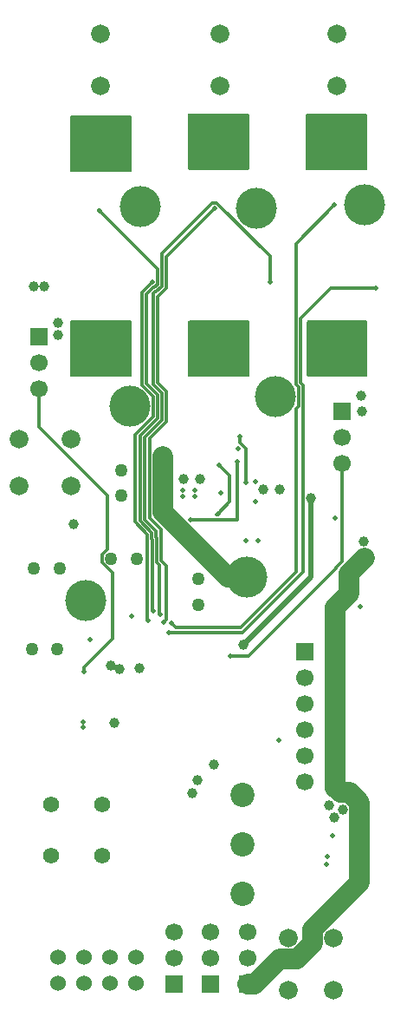
<source format=gbr>
%TF.GenerationSoftware,KiCad,Pcbnew,9.0.2*%
%TF.CreationDate,2025-08-16T18:35:03-07:00*%
%TF.ProjectId,Transmitter,5472616e-736d-4697-9474-65722e6b6963,rev?*%
%TF.SameCoordinates,Original*%
%TF.FileFunction,Copper,L4,Bot*%
%TF.FilePolarity,Positive*%
%FSLAX46Y46*%
G04 Gerber Fmt 4.6, Leading zero omitted, Abs format (unit mm)*
G04 Created by KiCad (PCBNEW 9.0.2) date 2025-08-16 18:35:03*
%MOMM*%
%LPD*%
G01*
G04 APERTURE LIST*
%TA.AperFunction,ComponentPad*%
%ADD10C,1.828800*%
%TD*%
%TA.AperFunction,ComponentPad*%
%ADD11C,2.362200*%
%TD*%
%TA.AperFunction,ComponentPad*%
%ADD12C,1.524000*%
%TD*%
%TA.AperFunction,ComponentPad*%
%ADD13R,1.700000X1.700000*%
%TD*%
%TA.AperFunction,ComponentPad*%
%ADD14C,1.700000*%
%TD*%
%TA.AperFunction,ComponentPad*%
%ADD15C,1.270000*%
%TD*%
%TA.AperFunction,ComponentPad*%
%ADD16C,1.574800*%
%TD*%
%TA.AperFunction,ViaPad*%
%ADD17C,0.500000*%
%TD*%
%TA.AperFunction,ViaPad*%
%ADD18C,1.000000*%
%TD*%
%TA.AperFunction,ViaPad*%
%ADD19C,4.000000*%
%TD*%
%TA.AperFunction,Conductor*%
%ADD20C,0.500000*%
%TD*%
%TA.AperFunction,Conductor*%
%ADD21C,0.300000*%
%TD*%
%TA.AperFunction,Conductor*%
%ADD22C,2.000000*%
%TD*%
G04 APERTURE END LIST*
D10*
%TO.P,J6,1,1*%
%TO.N,Vbatt*%
X117800000Y-119556100D03*
%TO.P,J6,2,2*%
X117800000Y-114476100D03*
%TD*%
%TO.P,J7,1,1*%
%TO.N,GND*%
X122200000Y-119600000D03*
%TO.P,J7,2,2*%
X122200000Y-114520000D03*
%TD*%
%TO.P,J2,1,1*%
%TO.N,LoadA*%
X99480000Y-31370000D03*
%TO.P,J2,2,2*%
X99480000Y-26290000D03*
%TD*%
D11*
%TO.P,U1,1,1*%
%TO.N,Vbatt*%
X113300000Y-110221100D03*
%TO.P,U1,2,2*%
%TO.N,V_in*%
X113300000Y-105395100D03*
%TO.P,U1,3,3*%
%TO.N,unconnected-(U1-Pad3)*%
X113300000Y-100569100D03*
%TD*%
D10*
%TO.P,J9,1,1*%
%TO.N,Vdc*%
X91473900Y-65868550D03*
%TO.P,J9,2,2*%
X96553900Y-65868550D03*
%TD*%
D12*
%TO.P,J1,1,1*%
%TO.N,+3.3V*%
X102900000Y-118900000D03*
%TO.P,J1,2,2*%
%TO.N,GND*%
X102900000Y-116360000D03*
%TO.P,J1,3,3*%
%TO.N,SPI1_CSN*%
X100360000Y-118900000D03*
%TO.P,J1,4,4*%
%TO.N,NRF_CE*%
X100360000Y-116360000D03*
%TO.P,J1,5,5*%
%TO.N,SPI1_MOSI*%
X97820000Y-118900000D03*
%TO.P,J1,6,6*%
%TO.N,SPI1_SCK*%
X97820000Y-116360000D03*
%TO.P,J1,7,7*%
%TO.N,NRF_IRQ*%
X95280000Y-118900000D03*
%TO.P,J1,8,8*%
%TO.N,SPI1_MISO*%
X95280000Y-116360000D03*
%TD*%
D13*
%TO.P,J12,1,Pin_1*%
%TO.N,+5V*%
X106600000Y-119000000D03*
D14*
%TO.P,J12,2,Pin_2*%
%TO.N,GND*%
X106600000Y-116460000D03*
%TO.P,J12,3,Pin_3*%
%TO.N,LElevator*%
X106600000Y-113920000D03*
%TD*%
D10*
%TO.P,J4,1,1*%
%TO.N,LoadB*%
X111120000Y-31380000D03*
%TO.P,J4,2,2*%
X111120000Y-26300000D03*
%TD*%
%TO.P,J8,1,1*%
%TO.N,Vbatt*%
X91453900Y-70378550D03*
%TO.P,J8,2,2*%
X96533900Y-70378550D03*
%TD*%
D13*
%TO.P,J14,1,Pin_1*%
%TO.N,+5V*%
X110200000Y-119000000D03*
D14*
%TO.P,J14,2,Pin_2*%
%TO.N,GND*%
X110200000Y-116460000D03*
%TO.P,J14,3,Pin_3*%
%TO.N,Rudder*%
X110200000Y-113920000D03*
%TD*%
D13*
%TO.P,J13,1,Pin_1*%
%TO.N,+5V*%
X113800000Y-119000000D03*
D14*
%TO.P,J13,2,Pin_2*%
%TO.N,GND*%
X113800000Y-116460000D03*
%TO.P,J13,3,Pin_3*%
%TO.N,RElevator*%
X113800000Y-113920000D03*
%TD*%
D15*
%TO.P,C15,1*%
%TO.N,GND*%
X92750000Y-86350000D03*
%TO.P,C15,2*%
%TO.N,Vdc*%
X95250000Y-86350000D03*
%TD*%
%TO.P,C20,1*%
%TO.N,Vbatt*%
X101480000Y-68870000D03*
%TO.P,C20,2*%
%TO.N,GND*%
X101480000Y-71370000D03*
%TD*%
D16*
%TO.P,SW1,1,1*%
%TO.N,+3.3V*%
X94600000Y-106500000D03*
%TO.P,SW1,2,2*%
%TO.N,Net-(U2-BOOT0)*%
X94600000Y-101500000D03*
%TO.P,SW1,3,3*%
X99599990Y-101500000D03*
%TO.P,SW1,4,4*%
%TO.N,+3.3V*%
X99599990Y-106500000D03*
%TD*%
D15*
%TO.P,C18,1*%
%TO.N,GND*%
X100500000Y-77500000D03*
%TO.P,C18,2*%
%TO.N,Vdc*%
X103000000Y-77500000D03*
%TD*%
D13*
%TO.P,J11,1,Pin_1*%
%TO.N,+5V*%
X123100000Y-63100000D03*
D14*
%TO.P,J11,2,Pin_2*%
%TO.N,GND*%
X123100000Y-65640000D03*
%TO.P,J11,3,Pin_3*%
%TO.N,RFlap*%
X123100000Y-68180000D03*
%TD*%
D10*
%TO.P,J5,1,1*%
%TO.N,LoadC*%
X122560000Y-31350000D03*
%TO.P,J5,2,2*%
X122560000Y-26270000D03*
%TD*%
D15*
%TO.P,C17,1*%
%TO.N,GND*%
X92950000Y-78450000D03*
%TO.P,C17,2*%
%TO.N,Vdc*%
X95450000Y-78450000D03*
%TD*%
D13*
%TO.P,J3,1,Pin_1*%
%TO.N,+3.3V*%
X119440000Y-86570000D03*
D14*
%TO.P,J3,2,Pin_2*%
%TO.N,SWCLK*%
X119440000Y-89110000D03*
%TO.P,J3,3,Pin_3*%
%TO.N,GND*%
X119440000Y-91650000D03*
%TO.P,J3,4,Pin_4*%
%TO.N,SWDIO*%
X119440000Y-94190000D03*
%TO.P,J3,5,Pin_5*%
%TO.N,NRST*%
X119440000Y-96730000D03*
%TO.P,J3,6,Pin_6*%
%TO.N,unconnected-(J3-Pin_6-Pad6)*%
X119440000Y-99270000D03*
%TD*%
D13*
%TO.P,J10,1,Pin_1*%
%TO.N,+5V*%
X93400000Y-55860000D03*
D14*
%TO.P,J10,2,Pin_2*%
%TO.N,GND*%
X93400000Y-58400000D03*
%TO.P,J10,3,Pin_3*%
%TO.N,LFlap*%
X93400000Y-60940000D03*
%TD*%
D15*
%TO.P,C16,1*%
%TO.N,GND*%
X109000000Y-82000000D03*
%TO.P,C16,2*%
%TO.N,Vdc*%
X109000000Y-79500000D03*
%TD*%
D17*
%TO.N,GND*%
X122360000Y-73500000D03*
X116887500Y-95190000D03*
D18*
%TO.N,+3.3V*%
X113450000Y-85890000D03*
X120020000Y-71550000D03*
D17*
X97775000Y-93965000D03*
X97710000Y-93390000D03*
D19*
%TO.N,LoadA*%
X99500000Y-37000000D03*
%TO.N,LoadB*%
X111000000Y-36800000D03*
%TO.N,Vdc*%
X122500000Y-57000000D03*
X111000000Y-57000000D03*
X99500000Y-57000000D03*
%TO.N,LoadC*%
X122530000Y-36820000D03*
D17*
%TO.N,GND*%
X124850000Y-82170000D03*
D18*
%TO.N,Vbatt*%
X105520000Y-68660000D03*
X107565400Y-69738000D03*
X105520000Y-67560000D03*
D19*
X113770000Y-79330000D03*
%TO.N,Vdc*%
X98000000Y-81600000D03*
D18*
X96830000Y-74120000D03*
D19*
X102323000Y-62650000D03*
X116530000Y-61700000D03*
D17*
X110915000Y-73075000D03*
X111055000Y-68345000D03*
D18*
%TO.N,GND*%
X92920000Y-50910000D03*
D17*
X107520000Y-70830000D03*
D18*
X93980000Y-50910000D03*
D19*
X114700000Y-43300000D03*
D17*
X108660000Y-70830000D03*
D18*
X103280000Y-88160000D03*
D17*
X121565500Y-107302860D03*
X121659393Y-106589393D03*
D18*
X115377000Y-70750000D03*
D17*
X107500000Y-71451458D03*
D18*
X100810000Y-93500000D03*
D19*
X103340000Y-43160000D03*
D17*
X114890000Y-75710000D03*
X113660000Y-75710000D03*
D19*
X125260000Y-43000000D03*
D18*
X117010000Y-70760000D03*
D17*
X114580000Y-71920000D03*
X114600000Y-69950000D03*
X98445000Y-85365000D03*
X122100000Y-104550000D03*
D18*
X108400000Y-100360000D03*
X109167400Y-69750000D03*
D17*
X108690000Y-71450000D03*
X111223000Y-71102000D03*
D18*
%TO.N,+3.3V*%
X121810000Y-101524156D03*
X122275000Y-102785000D03*
X110500000Y-97600000D03*
X101300000Y-88300000D03*
D17*
X102500000Y-83140000D03*
D18*
X100500000Y-87900000D03*
X108900000Y-99100000D03*
X123110000Y-101950000D03*
D17*
%TO.N,S1*%
X104075000Y-83530000D03*
X104500000Y-50500000D03*
%TO.N,S2*%
X104575000Y-82625000D03*
X99325000Y-43525000D03*
%TO.N,S3*%
X116000000Y-50480000D03*
X105300000Y-82960000D03*
%TO.N,S4*%
X105610000Y-83690000D03*
X110585000Y-43315000D03*
%TO.N,S5*%
X126400000Y-51110000D03*
X106155000Y-84745000D03*
%TO.N,S6*%
X106410000Y-83810000D03*
X122300000Y-43000000D03*
D18*
%TO.N,+5V*%
X125000000Y-63100000D03*
X125183552Y-75816448D03*
X125223552Y-77423552D03*
X124900000Y-61600000D03*
X123723552Y-78923552D03*
X95300000Y-55700000D03*
D17*
X112900000Y-66743464D03*
D18*
X95300000Y-54500000D03*
D17*
%TO.N,Vdd*%
X113670000Y-70030000D03*
X113050000Y-65600000D03*
%TO.N,LFlap*%
X97800000Y-88500000D03*
%TO.N,RFlap*%
X112100000Y-86960000D03*
%TO.N,Vfb*%
X108210000Y-73700000D03*
X112800000Y-68000000D03*
%TD*%
D20*
%TO.N,+3.3V*%
X120020000Y-79320000D02*
X113450000Y-85890000D01*
X120020000Y-71550000D02*
X120020000Y-79320000D01*
D21*
%TO.N,S5*%
X106228000Y-84728000D02*
X106200000Y-84700000D01*
X113312000Y-84728000D02*
X106228000Y-84728000D01*
X119230000Y-78810000D02*
X113312000Y-84728000D01*
X119236000Y-60579138D02*
X119236000Y-62820863D01*
X119236000Y-62820863D02*
X119230000Y-62826862D01*
X118978000Y-60321138D02*
X119236000Y-60579138D01*
X118978000Y-54062000D02*
X118978000Y-60321138D01*
X121930000Y-51110000D02*
X118978000Y-54062000D01*
X126400000Y-51110000D02*
X121930000Y-51110000D01*
X119230000Y-62826862D02*
X119230000Y-78810000D01*
%TO.N,S6*%
X106800000Y-84200000D02*
X106400000Y-83800000D01*
X113120000Y-84200000D02*
X106800000Y-84200000D01*
X118550000Y-62901579D02*
X118550000Y-78770000D01*
X118808000Y-60756421D02*
X118808000Y-62643579D01*
X118808000Y-62643579D02*
X118550000Y-62901579D01*
X118550000Y-60498421D02*
X118808000Y-60756421D01*
X118550000Y-46750000D02*
X118550000Y-60498421D01*
X122300000Y-43000000D02*
X118550000Y-46750000D01*
X118550000Y-78770000D02*
X113120000Y-84200000D01*
D22*
%TO.N,Vbatt*%
X111891213Y-79330000D02*
X113770000Y-79330000D01*
X105520000Y-67560000D02*
X105520000Y-72958787D01*
X105520000Y-72958787D02*
X111891213Y-79330000D01*
D21*
%TO.N,Vdc*%
X112060000Y-71930000D02*
X110915000Y-73075000D01*
X112060000Y-69350000D02*
X112060000Y-71930000D01*
X111055000Y-68345000D02*
X112060000Y-69350000D01*
X110915000Y-73075000D02*
X110800000Y-73190000D01*
%TO.N,S1*%
X103510000Y-60615421D02*
X104601000Y-61706421D01*
X102790000Y-65404579D02*
X102790000Y-73906148D01*
X104601000Y-61706421D02*
X104601000Y-63593579D01*
X104601000Y-63593579D02*
X102790000Y-65404579D01*
X102790000Y-73906148D02*
X104047000Y-75163148D01*
X103510000Y-51490000D02*
X103510000Y-60615421D01*
X104047000Y-75163148D02*
X104047000Y-83502000D01*
X104500000Y-50500000D02*
X103510000Y-51490000D01*
X104100000Y-83475000D02*
X104075000Y-83500000D01*
X104047000Y-83502000D02*
X104075000Y-83530000D01*
%TO.N,S2*%
X104577284Y-51028000D02*
X103950000Y-51655284D01*
X105022000Y-49222000D02*
X105022000Y-50275295D01*
X99325000Y-43525000D02*
X105022000Y-49222000D01*
X99300000Y-43500000D02*
X99325000Y-43525000D01*
X104528003Y-82176016D02*
X104528000Y-82530573D01*
X104527996Y-82530577D02*
X104527996Y-82530583D01*
X104504290Y-82554290D02*
X104575000Y-82625000D01*
X103950000Y-51655284D02*
X103950000Y-60450137D01*
X104528000Y-82530573D02*
X104527996Y-82530577D01*
X105022000Y-50275295D02*
X105028000Y-50281295D01*
X104475000Y-75605300D02*
X104528000Y-75658300D01*
X105029000Y-63770863D02*
X103300000Y-65499863D01*
X104528000Y-75658300D02*
X104528000Y-82176013D01*
X105029000Y-61529138D02*
X105029000Y-63770863D01*
X103300000Y-73810865D02*
X104475000Y-74985865D01*
X105028000Y-50718705D02*
X104718705Y-51028000D01*
X103300000Y-65499863D02*
X103300000Y-73810865D01*
X104527996Y-82530583D02*
X104504290Y-82554290D01*
X104528000Y-82176013D02*
X104528003Y-82176016D01*
X103950000Y-60450137D02*
X105029000Y-61529138D01*
X105028000Y-50281295D02*
X105028000Y-50718705D01*
X104475000Y-74985865D02*
X104475000Y-75605300D01*
X104718705Y-51028000D02*
X104577284Y-51028000D01*
%TO.N,S3*%
X104580000Y-51630568D02*
X104580000Y-60474853D01*
X105457000Y-61351855D02*
X105457000Y-63948147D01*
X116000000Y-47953294D02*
X110818706Y-42772000D01*
X103770000Y-65635147D02*
X103770000Y-73675582D01*
X104956000Y-77838000D02*
X105210000Y-78092000D01*
X103770000Y-73675582D02*
X104903000Y-74808582D01*
X105456000Y-50895989D02*
X104895988Y-51456000D01*
X105456000Y-50104012D02*
X105456000Y-50895989D01*
X104956000Y-75481017D02*
X104956000Y-77838000D01*
X116000000Y-50480000D02*
X116000000Y-47953294D01*
X104903000Y-75428016D02*
X104956000Y-75481017D01*
X104754568Y-51456000D02*
X104580000Y-51630568D01*
X104895988Y-51456000D02*
X104754568Y-51456000D01*
X110381295Y-42772000D02*
X105450000Y-47703295D01*
X104580000Y-60474853D02*
X105457000Y-61351855D01*
X105210000Y-78092000D02*
X105210000Y-82810000D01*
X104903000Y-74808582D02*
X104903000Y-75428016D01*
X105450000Y-50098011D02*
X105456000Y-50104012D01*
X105457000Y-63948147D02*
X103770000Y-65635147D01*
X116000000Y-50500000D02*
X116000000Y-50480000D01*
X110818706Y-42772000D02*
X110381295Y-42772000D01*
X105450000Y-47703295D02*
X105450000Y-50098011D01*
X105210000Y-82810000D02*
X105300000Y-82900000D01*
%TO.N,S4*%
X105884000Y-49926729D02*
X105883999Y-51073273D01*
X105008000Y-51949272D02*
X105008000Y-60297570D01*
X110600000Y-43300000D02*
X110585000Y-43315000D01*
X105883999Y-51073273D02*
X105008000Y-51949272D01*
X105331000Y-74631299D02*
X105331000Y-75250734D01*
X105890000Y-48010000D02*
X105890000Y-49920729D01*
X105885000Y-64125431D02*
X104230000Y-65780431D01*
X104230000Y-73530299D02*
X105331000Y-74631299D01*
X105384000Y-77660716D02*
X105880000Y-78156716D01*
X105008000Y-60297570D02*
X105885000Y-61174572D01*
X105384002Y-75303737D02*
X105384000Y-77660716D01*
X105880000Y-78156716D02*
X105880000Y-83420000D01*
X104230000Y-65780431D02*
X104230000Y-73530299D01*
X105610000Y-83690000D02*
X105600000Y-83700000D01*
X105885000Y-61174572D02*
X105885000Y-64125431D01*
X105331000Y-75250734D02*
X105384002Y-75303737D01*
X110585000Y-43315000D02*
X105890000Y-48010000D01*
X105880000Y-83420000D02*
X105610000Y-83690000D01*
%TO.N,S5*%
X126400000Y-51100000D02*
X126400000Y-51110000D01*
D22*
%TO.N,+5V*%
X120157600Y-113674010D02*
X120157600Y-115006890D01*
X118645990Y-116518500D02*
X116954010Y-116518500D01*
X124738000Y-101275660D02*
X124738000Y-109093610D01*
X122910184Y-100322000D02*
X123784340Y-100322000D01*
X124738000Y-109093610D02*
X120157600Y-113674010D01*
X116954010Y-116518500D02*
X114472510Y-119000000D01*
X120157600Y-115006890D02*
X118645990Y-116518500D01*
X122390000Y-99896156D02*
X122484340Y-99896156D01*
X114472510Y-119000000D02*
X113800000Y-119000000D01*
X123723552Y-78923552D02*
X125223552Y-77423552D01*
X123784340Y-100322000D02*
X124738000Y-101275660D01*
X123723552Y-80897661D02*
X122390000Y-82231213D01*
X122390000Y-82231213D02*
X122390000Y-99896156D01*
X122484340Y-99896156D02*
X122910184Y-100322000D01*
X123723552Y-78923552D02*
X123723552Y-80897661D01*
D21*
%TO.N,Vdd*%
X113050000Y-66140000D02*
X113670000Y-66760000D01*
X113670000Y-66760000D02*
X113670000Y-70030000D01*
X113050000Y-65600000D02*
X113050000Y-66140000D01*
%TO.N,LFlap*%
X100600000Y-85330000D02*
X100600000Y-78891177D01*
X100100000Y-76608823D02*
X100100000Y-71310000D01*
X99587000Y-77878177D02*
X99587000Y-77121823D01*
X97800000Y-88500000D02*
X97800000Y-88130000D01*
X100100000Y-71310000D02*
X93400000Y-64610000D01*
X99587000Y-77121823D02*
X100100000Y-76608823D01*
X97800000Y-88130000D02*
X100600000Y-85330000D01*
X100600000Y-78891177D02*
X99587000Y-77878177D01*
X93400000Y-64610000D02*
X93400000Y-60940000D01*
%TO.N,RFlap*%
X112100000Y-86960000D02*
X112100000Y-87000000D01*
X123100000Y-77739740D02*
X123100000Y-68180000D01*
X112100000Y-86960000D02*
X113920000Y-86960000D01*
X122445552Y-78434448D02*
X122445552Y-78394188D01*
X122445552Y-78394188D02*
X123100000Y-77739740D01*
X113920000Y-86960000D02*
X122445552Y-78434448D01*
%TO.N,Vfb*%
X108210000Y-73700000D02*
X112800000Y-73700000D01*
X112800000Y-73700000D02*
X112800000Y-68000000D01*
%TD*%
%TA.AperFunction,Conductor*%
%TO.N,LoadC*%
G36*
X125473039Y-34089685D02*
G01*
X125518794Y-34142489D01*
X125530000Y-34194000D01*
X125530000Y-39446000D01*
X125510315Y-39513039D01*
X125457511Y-39558794D01*
X125406000Y-39570000D01*
X119653775Y-39570000D01*
X119586736Y-39550315D01*
X119540981Y-39497511D01*
X119529775Y-39446225D01*
X119520226Y-34194225D01*
X119539789Y-34127150D01*
X119592510Y-34081299D01*
X119644226Y-34070000D01*
X125406000Y-34070000D01*
X125473039Y-34089685D01*
G37*
%TD.AperFunction*%
%TD*%
%TA.AperFunction,Conductor*%
%TO.N,LoadB*%
G36*
X113943039Y-34069685D02*
G01*
X113988794Y-34122489D01*
X114000000Y-34174000D01*
X114000000Y-39416000D01*
X113980315Y-39483039D01*
X113927511Y-39528794D01*
X113876000Y-39540000D01*
X108134000Y-39540000D01*
X108066961Y-39520315D01*
X108021206Y-39467511D01*
X108010000Y-39416000D01*
X108010000Y-34174000D01*
X108029685Y-34106961D01*
X108082489Y-34061206D01*
X108134000Y-34050000D01*
X113876000Y-34050000D01*
X113943039Y-34069685D01*
G37*
%TD.AperFunction*%
%TD*%
%TA.AperFunction,Conductor*%
%TO.N,LoadA*%
G36*
X102443263Y-34269685D02*
G01*
X102489018Y-34322489D01*
X102500224Y-34373775D01*
X102509774Y-39645568D01*
X102490211Y-39712643D01*
X102437490Y-39758494D01*
X102385568Y-39769793D01*
X96604019Y-39760205D01*
X96537013Y-39740409D01*
X96491345Y-39687529D01*
X96480225Y-39635980D01*
X96489775Y-34373775D01*
X96509581Y-34306771D01*
X96562468Y-34261112D01*
X96613775Y-34250000D01*
X102376224Y-34250000D01*
X102443263Y-34269685D01*
G37*
%TD.AperFunction*%
%TD*%
%TA.AperFunction,Conductor*%
%TO.N,Vdc*%
G36*
X125442640Y-54269780D02*
G01*
X125488483Y-54322508D01*
X125499774Y-54374432D01*
X125490225Y-59636018D01*
X125470419Y-59703022D01*
X125417532Y-59748681D01*
X125366018Y-59759793D01*
X119752293Y-59750436D01*
X119685287Y-59730640D01*
X119639620Y-59677759D01*
X119628500Y-59626436D01*
X119628500Y-54383563D01*
X119648185Y-54316524D01*
X119700989Y-54270769D01*
X119752291Y-54259563D01*
X125375568Y-54250207D01*
X125442640Y-54269780D01*
G37*
%TD.AperFunction*%
%TD*%
%TA.AperFunction,Conductor*%
%TO.N,Vdc*%
G36*
X113942464Y-54269876D02*
G01*
X113988395Y-54322527D01*
X113999773Y-54374639D01*
X113990225Y-59626018D01*
X113970418Y-59693022D01*
X113917531Y-59738681D01*
X113866018Y-59749793D01*
X108123793Y-59740206D01*
X108056786Y-59720409D01*
X108011120Y-59667529D01*
X108000000Y-59616206D01*
X108000000Y-54393587D01*
X108019685Y-54326548D01*
X108072489Y-54280793D01*
X108123586Y-54269588D01*
X113875361Y-54250415D01*
X113942464Y-54269876D01*
G37*
%TD.AperFunction*%
%TD*%
%TA.AperFunction,Conductor*%
%TO.N,Vdc*%
G36*
X102442866Y-54269779D02*
G01*
X102488708Y-54322507D01*
X102500000Y-54374206D01*
X102500000Y-59616000D01*
X102480315Y-59683039D01*
X102427511Y-59728794D01*
X102376000Y-59740000D01*
X96614000Y-59740000D01*
X96546961Y-59720315D01*
X96501206Y-59667511D01*
X96490000Y-59616000D01*
X96490000Y-54383794D01*
X96509685Y-54316755D01*
X96562489Y-54271000D01*
X96613793Y-54259794D01*
X102375796Y-54250206D01*
X102442866Y-54269779D01*
G37*
%TD.AperFunction*%
%TD*%
M02*

</source>
